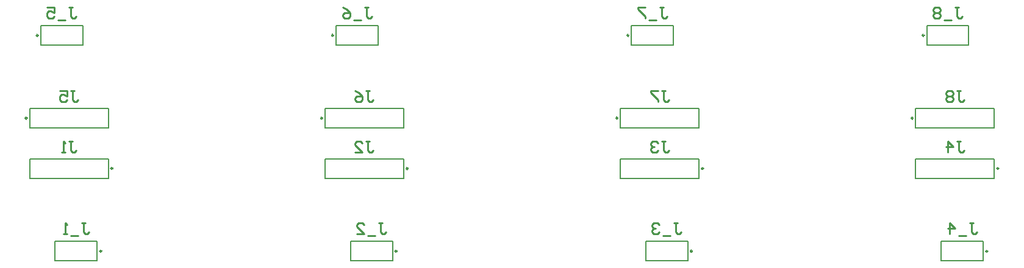
<source format=gbr>
%TF.GenerationSoftware,Altium Limited,Altium Designer,24.6.1 (21)*%
G04 Layer_Color=32896*
%FSLAX45Y45*%
%MOMM*%
%TF.SameCoordinates,9A433DDD-85E4-4EE4-B99C-1E68303A8431*%
%TF.FilePolarity,Positive*%
%TF.FileFunction,Legend,Bot*%
%TF.Part,Single*%
G01*
G75*
%TA.AperFunction,NonConductor*%
%ADD27C,0.20000*%
%ADD28C,0.25000*%
%ADD30C,0.25400*%
D27*
X4045500Y3165000D02*
Y3435002D01*
X2954499Y3165000D02*
X4045500D01*
X2954499D02*
Y3435002D01*
X4045500D01*
X3308499Y2285001D02*
X3891500D01*
X3308499Y2014999D02*
Y2285001D01*
Y2014999D02*
X3891500D01*
Y2285001D01*
X15254500Y3865003D02*
X16345502D01*
Y4135000D01*
X15254500D02*
X16345502D01*
X15254500Y3865003D02*
Y4135000D01*
Y3435002D02*
X16345502D01*
X15254500Y3165000D02*
Y3435002D01*
Y3165000D02*
X16345502D01*
Y3435002D01*
X11154498D02*
X12245499D01*
X11154498Y3165000D02*
Y3435002D01*
Y3165000D02*
X12245499D01*
Y3435002D01*
X11154498Y3865003D02*
X12245499D01*
Y4135000D01*
X11154498D02*
X12245499D01*
X11154498Y3865003D02*
Y4135000D01*
X7054501Y3865003D02*
X8145502D01*
Y4135000D01*
X7054501D02*
X8145502D01*
X7054501Y3865003D02*
Y4135000D01*
Y3435002D02*
X8145502D01*
X7054501Y3165000D02*
Y3435002D01*
Y3165000D02*
X8145502D01*
Y3435002D01*
X2954499Y3865003D02*
X4045500D01*
Y4135000D01*
X2954499D02*
X4045500D01*
X2954499Y3865003D02*
Y4135000D01*
X15408501Y5014998D02*
Y5285000D01*
X15991501D01*
Y5014998D02*
Y5285000D01*
X15408501Y5014998D02*
X15991501D01*
X11308498D02*
Y5285000D01*
X11891499D01*
Y5014998D02*
Y5285000D01*
X11308498Y5014998D02*
X11891499D01*
X7208501D02*
Y5285000D01*
X7791502D01*
Y5014998D02*
Y5285000D01*
X7208501Y5014998D02*
X7791502D01*
X3108499D02*
Y5285000D01*
X3691500D01*
Y5014998D02*
Y5285000D01*
X3108499Y5014998D02*
X3691500D01*
X16191501Y2014999D02*
Y2285001D01*
X15608501Y2014999D02*
X16191501D01*
X15608501D02*
Y2285001D01*
X16191501D01*
X12091499Y2014999D02*
Y2285001D01*
X11508498Y2014999D02*
X12091499D01*
X11508498D02*
Y2285001D01*
X12091499D01*
X7991502Y2014999D02*
Y2285001D01*
X7408501Y2014999D02*
X7991502D01*
X7408501D02*
Y2285001D01*
X7991502D01*
D28*
X4106500Y3300000D02*
G03*
X4106500Y3300000I-12500J0D01*
G01*
X3952500Y2150000D02*
G03*
X3952500Y2150000I-12500J0D01*
G01*
X15218500Y4000000D02*
G03*
X15218500Y4000000I-12500J0D01*
G01*
X16406500Y3300000D02*
G03*
X16406500Y3300000I-12500J0D01*
G01*
X12306500D02*
G03*
X12306500Y3300000I-12500J0D01*
G01*
X11118500Y4000000D02*
G03*
X11118500Y4000000I-12500J0D01*
G01*
X7018500D02*
G03*
X7018500Y4000000I-12500J0D01*
G01*
X8206500Y3300000D02*
G03*
X8206500Y3300000I-12500J0D01*
G01*
X2918500Y4000000D02*
G03*
X2918500Y4000000I-12500J0D01*
G01*
X15372501Y5150000D02*
G03*
X15372501Y5150000I-12500J0D01*
G01*
X11272500D02*
G03*
X11272500Y5150000I-12500J0D01*
G01*
X7172500D02*
G03*
X7172500Y5150000I-12500J0D01*
G01*
X3072500D02*
G03*
X3072500Y5150000I-12500J0D01*
G01*
X16252499Y2150000D02*
G03*
X16252499Y2150000I-12500J0D01*
G01*
X12152500D02*
G03*
X12152500Y2150000I-12500J0D01*
G01*
X8052500D02*
G03*
X8052500Y2150000I-12500J0D01*
G01*
D30*
X3500000Y3676175D02*
X3550784D01*
X3525392D01*
Y3549216D01*
X3550784Y3523825D01*
X3576175D01*
X3601567Y3549216D01*
X3449216Y3523825D02*
X3398433D01*
X3423824D01*
Y3676175D01*
X3449216Y3650783D01*
X15825392Y4376175D02*
X15876175D01*
X15850783D01*
Y4249216D01*
X15876175Y4223824D01*
X15901567D01*
X15926959Y4249216D01*
X15774608Y4350783D02*
X15749216Y4376175D01*
X15698433D01*
X15673041Y4350783D01*
Y4325392D01*
X15698433Y4300000D01*
X15673041Y4274608D01*
Y4249216D01*
X15698433Y4223824D01*
X15749216D01*
X15774608Y4249216D01*
Y4274608D01*
X15749216Y4300000D01*
X15774608Y4325392D01*
Y4350783D01*
X15749216Y4300000D02*
X15698433D01*
X11725392Y4376175D02*
X11776175D01*
X11750783D01*
Y4249216D01*
X11776175Y4223824D01*
X11801567D01*
X11826959Y4249216D01*
X11674608Y4376175D02*
X11573041D01*
Y4350783D01*
X11674608Y4249216D01*
Y4223824D01*
X7625392Y4376175D02*
X7676175D01*
X7650784D01*
Y4249216D01*
X7676175Y4223824D01*
X7701567D01*
X7726959Y4249216D01*
X7473041Y4376175D02*
X7523825Y4350783D01*
X7574608Y4300000D01*
Y4249216D01*
X7549216Y4223824D01*
X7498433D01*
X7473041Y4249216D01*
Y4274608D01*
X7498433Y4300000D01*
X7574608D01*
X3525392Y4376175D02*
X3576175D01*
X3550784D01*
Y4249216D01*
X3576175Y4223824D01*
X3601567D01*
X3626959Y4249216D01*
X3373041Y4376175D02*
X3474608D01*
Y4300000D01*
X3423825Y4325392D01*
X3398433D01*
X3373041Y4300000D01*
Y4249216D01*
X3398433Y4223824D01*
X3449216D01*
X3474608Y4249216D01*
X15825392Y3676175D02*
X15876175D01*
X15850783D01*
Y3549216D01*
X15876175Y3523825D01*
X15901567D01*
X15926959Y3549216D01*
X15698433Y3523825D02*
Y3676175D01*
X15774608Y3600000D01*
X15673041D01*
X11725392Y3676175D02*
X11776175D01*
X11750783D01*
Y3549216D01*
X11776175Y3523825D01*
X11801567D01*
X11826959Y3549216D01*
X11674608Y3650783D02*
X11649216Y3676175D01*
X11598433D01*
X11573041Y3650783D01*
Y3625392D01*
X11598433Y3600000D01*
X11623825D01*
X11598433D01*
X11573041Y3574608D01*
Y3549216D01*
X11598433Y3523825D01*
X11649216D01*
X11674608Y3549216D01*
X7625392Y3676175D02*
X7676175D01*
X7650784D01*
Y3549216D01*
X7676175Y3523825D01*
X7701567D01*
X7726959Y3549216D01*
X7473041Y3523825D02*
X7574608D01*
X7473041Y3625392D01*
Y3650783D01*
X7498433Y3676175D01*
X7549216D01*
X7574608Y3650783D01*
X15801567Y5538871D02*
X15852351D01*
X15826959D01*
Y5411912D01*
X15852351Y5386521D01*
X15877742D01*
X15903134Y5411912D01*
X15750784Y5361129D02*
X15649216D01*
X15598433Y5513479D02*
X15573041Y5538871D01*
X15522258D01*
X15496866Y5513479D01*
Y5488088D01*
X15522258Y5462696D01*
X15496866Y5437304D01*
Y5411912D01*
X15522258Y5386521D01*
X15573041D01*
X15598433Y5411912D01*
Y5437304D01*
X15573041Y5462696D01*
X15598433Y5488088D01*
Y5513479D01*
X15573041Y5462696D02*
X15522258D01*
X11701567Y5538871D02*
X11752351D01*
X11726959D01*
Y5411912D01*
X11752351Y5386521D01*
X11777742D01*
X11803134Y5411912D01*
X11650783Y5361129D02*
X11549216D01*
X11498433Y5538871D02*
X11396865D01*
Y5513479D01*
X11498433Y5411912D01*
Y5386521D01*
X7601567Y5538871D02*
X7652351D01*
X7626959D01*
Y5411912D01*
X7652351Y5386521D01*
X7677742D01*
X7703134Y5411912D01*
X7550783Y5361129D02*
X7449216D01*
X7296866Y5538871D02*
X7347649Y5513479D01*
X7398433Y5462696D01*
Y5411912D01*
X7373041Y5386521D01*
X7322257D01*
X7296866Y5411912D01*
Y5437304D01*
X7322257Y5462696D01*
X7398433D01*
X3501567Y5538871D02*
X3552351D01*
X3526959D01*
Y5411912D01*
X3552351Y5386521D01*
X3577742D01*
X3603134Y5411912D01*
X3450784Y5361129D02*
X3349216D01*
X3196866Y5538871D02*
X3298433D01*
Y5462696D01*
X3247649Y5488088D01*
X3222257D01*
X3196866Y5462696D01*
Y5411912D01*
X3222257Y5386521D01*
X3273041D01*
X3298433Y5411912D01*
X16001567Y2538871D02*
X16052351D01*
X16026959D01*
Y2411912D01*
X16052351Y2386520D01*
X16077742D01*
X16103134Y2411912D01*
X15950783Y2361129D02*
X15849216D01*
X15722256Y2386520D02*
Y2538871D01*
X15798433Y2462696D01*
X15696864D01*
X11901567Y2538871D02*
X11952351D01*
X11926959D01*
Y2411912D01*
X11952351Y2386520D01*
X11977742D01*
X12003134Y2411912D01*
X11850784Y2361129D02*
X11749216D01*
X11698433Y2513479D02*
X11673041Y2538871D01*
X11622257D01*
X11596866Y2513479D01*
Y2488088D01*
X11622257Y2462696D01*
X11647649D01*
X11622257D01*
X11596866Y2437304D01*
Y2411912D01*
X11622257Y2386520D01*
X11673041D01*
X11698433Y2411912D01*
X7801567Y2538871D02*
X7852351D01*
X7826959D01*
Y2411912D01*
X7852351Y2386520D01*
X7877742D01*
X7903134Y2411912D01*
X7750784Y2361129D02*
X7649216D01*
X7496866Y2386520D02*
X7598433D01*
X7496866Y2488088D01*
Y2513479D01*
X7522257Y2538871D01*
X7573041D01*
X7598433Y2513479D01*
X3676175Y2538871D02*
X3726959D01*
X3701567D01*
Y2411912D01*
X3726959Y2386520D01*
X3752350D01*
X3777742Y2411912D01*
X3625392Y2361129D02*
X3523824D01*
X3473041Y2386520D02*
X3422257D01*
X3447649D01*
Y2538871D01*
X3473041Y2513479D01*
%TF.MD5,b65a3576f830e3a7345269c45f399587*%
M02*

</source>
